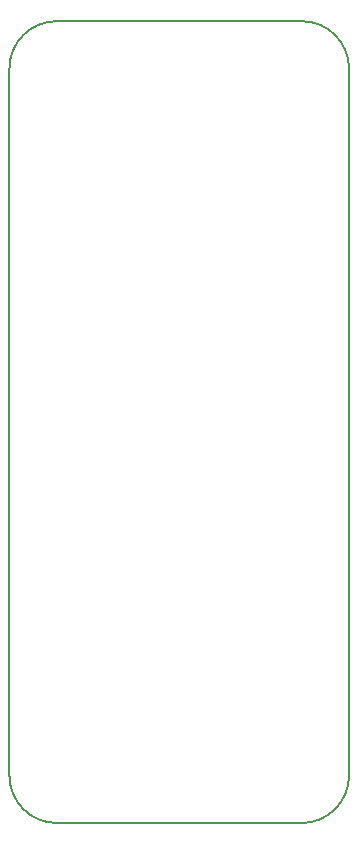
<source format=gbr>
G04 #@! TF.GenerationSoftware,KiCad,Pcbnew,(5.0.0)*
G04 #@! TF.CreationDate,2018-11-03T18:08:05-05:00*
G04 #@! TF.ProjectId,Neopixel_Breakout,4E656F706978656C5F427265616B6F75,rev?*
G04 #@! TF.SameCoordinates,Original*
G04 #@! TF.FileFunction,Profile,NP*
%FSLAX46Y46*%
G04 Gerber Fmt 4.6, Leading zero omitted, Abs format (unit mm)*
G04 Created by KiCad (PCBNEW (5.0.0)) date 11/03/18 18:08:05*
%MOMM*%
%LPD*%
G01*
G04 APERTURE LIST*
%ADD10C,0.150000*%
G04 APERTURE END LIST*
D10*
X140563600Y-73710800D02*
X140563600Y-76250800D01*
X169316400Y-76225400D02*
X169316400Y-73685400D01*
X144576800Y-69672200D02*
X165303200Y-69672200D01*
X140563600Y-73685400D02*
G75*
G02X144576800Y-69672200I4013200J0D01*
G01*
X140563600Y-76250800D02*
X140563600Y-133578600D01*
X165303200Y-137566400D02*
X144576800Y-137566400D01*
X169316400Y-76225400D02*
X169316400Y-133553200D01*
X165303200Y-69672200D02*
G75*
G02X169316400Y-73685400I0J-4013200D01*
G01*
X169316400Y-133553200D02*
G75*
G02X165303200Y-137566400I-4013200J0D01*
G01*
X144576800Y-137566400D02*
G75*
G02X140563600Y-133553200I0J4013200D01*
G01*
M02*

</source>
